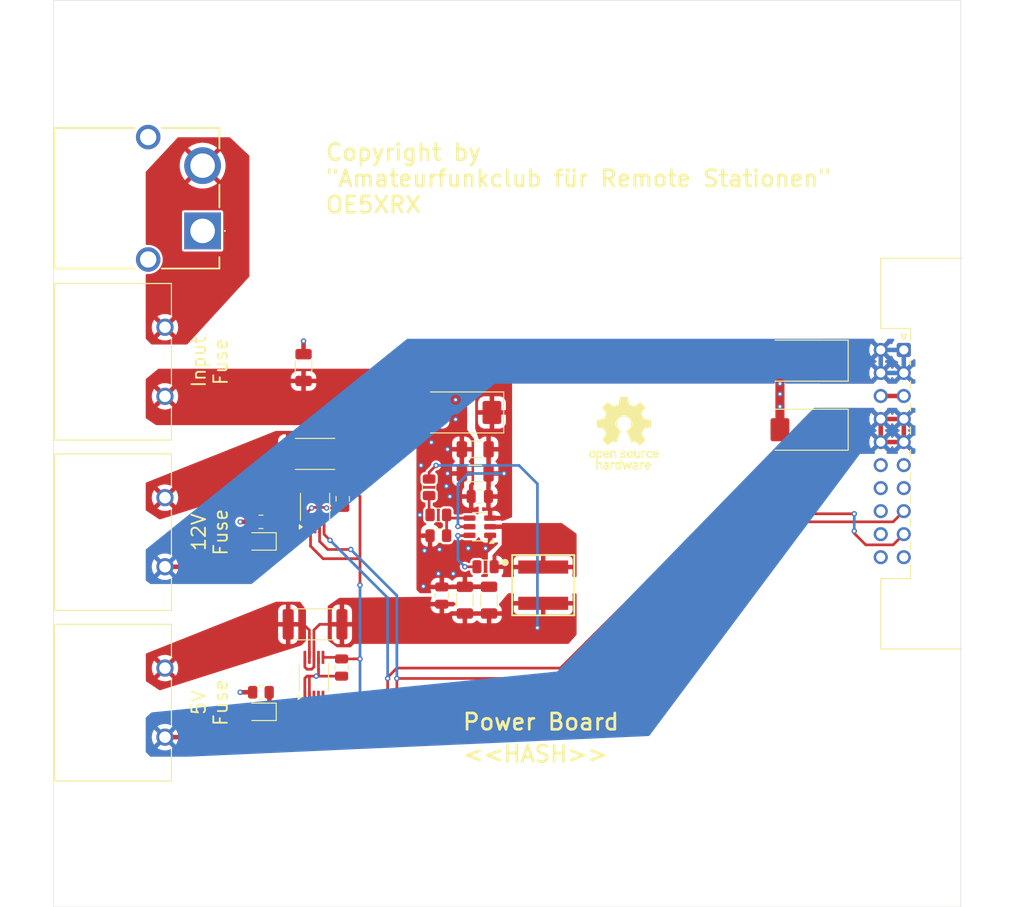
<source format=kicad_pcb>
(kicad_pcb (version 20241229) (generator "pcbnew") (generator_version "9.0")
  (layers (0 "F.Cu" signal) (4 "In1.Cu" signal) (6 "In2.Cu" signal) (2 "B.Cu" signal) (13 "F.Paste" user) (15 "B.Paste" user) (5 "F.SilkS" user "F.Silkscreen") (7 "B.SilkS" user "B.Silkscreen") (1 "F.Mask" user) (3 "B.Mask" user) (25 "Edge.Cuts" user))
  (net 0 "")
  (net 1 "GND")
  (net 2 "/I2C_SCL1")
  (net 3 "/I2C_SDA1")
  (net 4 "Net-(D101-K)")
  (net 5 "Net-(D102-K)")
  (net 6 "unconnected-(J102-Pin_a6-Pada6)")
  (net 12 "/12V")
  (net 13 "/5V")
  (net 14 "/12V_IN")
  (net 15 "/5V_IN")
  (net 18 "/Power Measurement/V_OUT")
  (net 19 "/Power Measurement1/V_OUT")
  (net 20 "/5V/TPS_SW")
  (net 21 "/12V_IN_UNPROTECTED")
  (net 22 "Net-(U203-CB)")
  (net 23 "Net-(U203-FB)")
  (net 24 "Net-(R201-Pad2)")
  (footprint "PRJ:FUSE_01530007Z" (layer "F.Cu") (at 104.2329 118.11 -90)
    (property "Reference" "F103" (hide yes))
    (property "Value" "Fuse" (hide yes))
    (pad "" np_thru_hole circle (at 0 0 270) (size 2.0828 2.0828) (drill 2.0828) (layers "*.Cu" "*.Mask"))
    (pad "1" thru_hole circle (at -3.81 -7.62 270) (size 1.905 1.905) (drill 1.27) (layers "*.Cu" "*.Mask") (net 18 "/Power Measurement/V_OUT"))
    (pad "2" thru_hole circle (at 3.81 -7.62 270) (size 1.905 1.905) (drill 1.27) (layers "*.Cu" "*.Mask") (net 13 "/5V"))
  )
  (footprint "Capacitor_SMD:C_1206_3216Metric" (layer "F.Cu") (at 144.907 106.807 -90)
    (property "Reference" "C207" (hide yes))
    (property "Value" "22u" (hide yes))
    (pad "1" smd roundrect (at -1.475 0 270) (size 1.15 1.8) (layers "F.Cu" "F.Mask" "F.Paste") (roundrect_rratio 0.217391) (net 1 "GND"))
    (pad "2" smd roundrect (at 1.475 0 270) (size 1.15 1.8) (layers "F.Cu" "F.Mask" "F.Paste") (roundrect_rratio 0.217391) (net 15 "/5V_IN"))
  )
  (footprint "Capacitor_Tantalum_SMD:CP_EIA-7343-43_Kemet-X" (layer "F.Cu") (at 144.78 86.106 180)
    (property "Reference" "C104" (hide yes))
    (property "Value" "100u / 25V" (hide yes))
    (pad "1" smd roundrect (at -3.1125 0 180) (size 2.075 2.55) (layers "F.Cu" "F.Mask" "F.Paste") (roundrect_rratio 0.120482) (net 14 "/12V_IN"))
    (pad "2" smd roundrect (at 3.1125 0 180) (size 2.075 2.55) (layers "F.Cu" "F.Mask" "F.Paste") (roundrect_rratio 0.120482) (net 1 "GND"))
  )
  (footprint "LED_SMD:LED_0805_2012Metric" (layer "F.Cu") (at 122.428 100.33 180)
    (property "Reference" "D101" (hide yes))
    (property "Value" "LED" (hide yes))
    (pad "1" smd roundrect (at -0.9375 0 180) (size 0.975 1.4) (layers "F.Cu" "F.Mask" "F.Paste") (net 4 "Net-(D101-K)"))
    (pad "2" smd roundrect (at 0.9375 0 180) (size 0.975 1.4) (layers "F.Cu" "F.Mask" "F.Paste") (net 12 "/12V"))
  )
  (footprint "MountingHole:MountingHole_3.2mm_M3" (layer "F.Cu") (at 104.568 133.14)
    (property "Reference" "H102" (hide yes))
    (property "Value" "MountingHole" (hide yes))
    (pad "" np_thru_hole circle (at 0 0) (size 3.2 3.2) (drill 3.2) (layers "*.Cu" "*.Mask"))
  )
  (footprint "Capacitor_Tantalum_SMD:CP_EIA-7343-43_Kemet-X" (layer "F.Cu") (at 182.753 88.011 180)
    (property "Reference" "C102" (hide yes))
    (property "Value" "100u / 25V" (hide yes))
    (pad "1" smd roundrect (at -3.1125 0 180) (size 2.075 2.55) (layers "F.Cu" "F.Mask" "F.Paste") (roundrect_rratio 0.120482) (net 13 "/5V"))
    (pad "2" smd roundrect (at 3.1125 0 180) (size 2.075 2.55) (layers "F.Cu" "F.Mask" "F.Paste") (roundrect_rratio 0.120482) (net 1 "GND"))
  )
  (footprint "PRJ:FUSE_01530007Z" (layer "F.Cu") (at 104.2329 99.314 -90)
    (property "Reference" "F102" (hide yes))
    (property "Value" "Fuse" (hide yes))
    (pad "" np_thru_hole circle (at 0 0 270) (size 2.0828 2.0828) (drill 2.0828) (layers "*.Cu" "*.Mask"))
    (pad "1" thru_hole circle (at -3.81 -7.62 270) (size 1.905 1.905) (drill 1.27) (layers "*.Cu" "*.Mask") (net 19 "/Power Measurement1/V_OUT"))
    (pad "2" thru_hole circle (at 3.81 -7.62 270) (size 1.905 1.905) (drill 1.27) (layers "*.Cu" "*.Mask") (net 12 "/12V"))
  )
  (footprint "PRJ:XT60PWM" (layer "F.Cu") (at 116.0015 66.084 90)
    (property "Reference" "J101" (hide yes))
    (property "Value" "XT60PW-M" (hide yes))
    (pad "1" thru_hole rect (at 0 0 90) (size 4.05 4.05) (drill 2.7) (layers "*.Cu" "*.Mask") (net 1 "GND"))
    (pad "2" thru_hole circle (at 7.2 0 90) (size 4.05 4.05) (drill 2.7) (layers "*.Cu" "*.Mask") (net 21 "/12V_IN_UNPROTECTED"))
    (pad "3" thru_hole circle (at -3.15 -6 90) (size 2.7 2.7) (drill 1.8) (layers "*.Cu" "*.Mask") (net 1 "GND"))
    (pad "4" thru_hole circle (at 10.35 -6 90) (size 2.7 2.7) (drill 1.8) (layers "*.Cu" "*.Mask") (net 1 "GND"))
  )
  (footprint "Resistor_SMD:R_0805_2012Metric" (layer "F.Cu") (at 141.986 99.695 180)
    (property "Reference" "R203" (hide yes))
    (property "Value" "13k7" (hide yes))
    (pad "1" smd roundrect (at -0.9125 0 180) (size 1.025 1.4) (layers "F.Cu" "F.Mask" "F.Paste") (roundrect_rratio 0.243902) (net 23 "Net-(U203-FB)"))
    (pad "2" smd roundrect (at 0.9125 0 180) (size 1.025 1.4) (layers "F.Cu" "F.Mask" "F.Paste") (roundrect_rratio 0.243902) (net 1 "GND"))
  )
  (footprint "Capacitor_SMD:C_0805_2012Metric" (layer "F.Cu") (at 131.445 95.631 -90)
    (property "Reference" "C401" (hide yes))
    (property "Value" "100n" (hide yes))
    (pad "1" smd roundrect (at -0.95 0 270) (size 1 1.45) (layers "F.Cu" "F.Mask" "F.Paste") (net 13 "/5V"))
    (pad "2" smd roundrect (at 0.95 0 270) (size 1 1.45) (layers "F.Cu" "F.Mask" "F.Paste") (net 1 "GND"))
  )
  (footprint "Package_SO:VSSOP-10_3x3mm_P0.5mm" (layer "F.Cu") (at 128.27 115.316 90)
    (property "Reference" "U301" (hide yes))
    (property "Value" "INA226" (hide yes))
    (pad "1" smd roundrect (at -2.2 -1 90) (size 1.45 0.3) (layers "F.Cu" "F.Mask" "F.Paste") (net 1 "GND"))
    (pad "2" smd roundrect (at -2.2 -0.5 90) (size 1.45 0.3) (layers "F.Cu" "F.Mask" "F.Paste") (net 1 "GND"))
    (pad "3" smd roundrect (at -2.2 0 90) (size 1.45 0.3) (layers "F.Cu" "F.Mask" "F.Paste"))
    (pad "4" smd roundrect (at -2.2 0.5 90) (size 1.45 0.3) (layers "F.Cu" "F.Mask" "F.Paste") (net 3 "/I2C_SDA1"))
    (pad "5" smd roundrect (at -2.2 1 90) (size 1.45 0.3) (layers "F.Cu" "F.Mask" "F.Paste") (net 2 "/I2C_SCL1"))
    (pad "6" smd roundrect (at 2.2 1 90) (size 1.45 0.3) (layers "F.Cu" "F.Mask" "F.Paste") (net 13 "/5V"))
    (pad "7" smd roundrect (at 2.2 0.5 90) (size 1.45 0.3) (layers "F.Cu" "F.Mask" "F.Paste") (net 1 "GND"))
    (pad "8" smd roundrect (at 2.2 0 90) (size 1.45 0.3) (layers "F.Cu" "F.Mask" "F.Paste") (net 15 "/5V_IN"))
    (pad "9" smd roundrect (at 2.2 -0.5 90) (size 1.45 0.3) (layers "F.Cu" "F.Mask" "F.Paste") (net 18 "/Power Measurement/V_OUT"))
    (pad "10" smd roundrect (at 2.2 -1 90) (size 1.45 0.3) (layers "F.Cu" "F.Mask" "F.Paste") (net 15 "/5V_IN"))
  )
  (footprint "Package_SO:VSSOP-10_3x3mm_P0.5mm" (layer "F.Cu") (at 128.397 96.52 90)
    (property "Reference" "U401" (hide yes))
    (property "Value" "INA226" (hide yes))
    (pad "1" smd roundrect (at -2.2 -1 90) (size 1.45 0.3) (layers "F.Cu" "F.Mask" "F.Paste") (net 1 "GND"))
    (pad "2" smd roundrect (at -2.2 -0.5 90) (size 1.45 0.3) (layers "F.Cu" "F.Mask" "F.Paste") (net 13 "/5V"))
    (pad "3" smd roundrect (at -2.2 0 90) (size 1.45 0.3) (layers "F.Cu" "F.Mask" "F.Paste"))
    (pad "4" smd roundrect (at -2.2 0.5 90) (size 1.45 0.3) (layers "F.Cu" "F.Mask" "F.Paste") (net 3 "/I2C_SDA1"))
    (pad "5" smd roundrect (at -2.2 1 90) (size 1.45 0.3) (layers "F.Cu" "F.Mask" "F.Paste") (net 2 "/I2C_SCL1"))
    (pad "6" smd roundrect (at 2.2 1 90) (size 1.45 0.3) (layers "F.Cu" "F.Mask" "F.Paste") (net 13 "/5V"))
    (pad "7" smd roundrect (at 2.2 0.5 90) (size 1.45 0.3) (layers "F.Cu" "F.Mask" "F.Paste") (net 1 "GND"))
    (pad "8" smd roundrect (at 2.2 0 90) (size 1.45 0.3) (layers "F.Cu" "F.Mask" "F.Paste") (net 14 "/12V_IN"))
    (pad "9" smd roundrect (at 2.2 -0.5 90) (size 1.45 0.3) (layers "F.Cu" "F.Mask" "F.Paste") (net 19 "/Power Measurement1/V_OUT"))
    (pad "10" smd roundrect (at 2.2 -1 90) (size 1.45 0.3) (layers "F.Cu" "F.Mask" "F.Paste") (net 14 "/12V_IN"))
  )
  (footprint "MountingHole:MountingHole_3.2mm_M3" (layer "F.Cu") (at 104.568 48.14)
    (property "Reference" "H101" (hide yes))
    (property "Value" "MountingHole" (hide yes))
    (pad "" np_thru_hole circle (at 0 0) (size 3.2 3.2) (drill 3.2) (layers "*.Cu" "*.Mask"))
  )
  (footprint "Resistor_SMD:R_2512_6332Metric" (layer "F.Cu") (at 128.397 90.678 180)
    (property "Reference" "R401" (hide yes))
    (property "Value" "10m" (hide yes))
    (pad "1" smd roundrect (at -2.9625 0 180) (size 1.225 3.35) (layers "F.Cu" "F.Mask" "F.Paste") (roundrect_rratio 0.204082) (net 14 "/12V_IN"))
    (pad "2" smd roundrect (at 2.9625 0 180) (size 1.225 3.35) (layers "F.Cu" "F.Mask" "F.Paste") (roundrect_rratio 0.204082) (net 19 "/Power Measurement1/V_OUT"))
  )
  (footprint "Resistor_SMD:R_0805_2012Metric" (layer "F.Cu") (at 140.97 94.361 -90)
    (property "Reference" "R201" (hide yes))
    (property "Value" "49R9" (hide yes))
    (pad "1" smd roundrect (at -0.9125 0 270) (size 1.025 1.4) (layers "F.Cu" "F.Mask" "F.Paste") (roundrect_rratio 0.243902) (net 15 "/5V_IN"))
    (pad "2" smd roundrect (at 0.9125 0 270) (size 1.025 1.4) (layers "F.Cu" "F.Mask" "F.Paste") (roundrect_rratio 0.243902) (net 24 "Net-(R201-Pad2)"))
  )
  (footprint "Capacitor_SMD:C_0805_2012Metric" (layer "F.Cu") (at 146.558 95.377 180)
    (property "Reference" "C203" (hide yes))
    (property "Value" "100n" (hide yes))
    (pad "1" smd roundrect (at -0.95 0 180) (size 1 1.45) (layers "F.Cu" "F.Mask" "F.Paste") (net 14 "/12V_IN"))
    (pad "2" smd roundrect (at 0.95 0 180) (size 1 1.45) (layers "F.Cu" "F.Mask" "F.Paste") (net 1 "GND"))
  )
  (footprint "Capacitor_SMD:C_0805_2012Metric" (layer "F.Cu") (at 131.318 114.239 -90)
    (property "Reference" "C301" (hide yes))
    (property "Value" "100n" (hide yes))
    (pad "1" smd roundrect (at -0.95 0 270) (size 1 1.45) (layers "F.Cu" "F.Mask" "F.Paste") (net 13 "/5V"))
    (pad "2" smd roundrect (at 0.95 0 270) (size 1 1.45) (layers "F.Cu" "F.Mask" "F.Paste") (net 1 "GND"))
  )
  (footprint "Capacitor_SMD:C_1206_3216Metric" (layer "F.Cu") (at 147.574 106.807 -90)
    (property "Reference" "C206" (hide yes))
    (property "Value" "22u" (hide yes))
    (pad "1" smd roundrect (at -1.475 0 270) (size 1.15 1.8) (layers "F.Cu" "F.Mask" "F.Paste") (roundrect_rratio 0.217391) (net 1 "GND"))
    (pad "2" smd roundrect (at 1.475 0 270) (size 1.15 1.8) (layers "F.Cu" "F.Mask" "F.Paste") (roundrect_rratio 0.217391) (net 15 "/5V_IN"))
  )
  (footprint "Capacitor_SMD:C_1206_3216Metric" (layer "F.Cu") (at 146.05 90.17 180)
    (property "Reference" "C201" (hide yes))
    (property "Value" "10u" (hide yes))
    (pad "1" smd roundrect (at -1.475 0 180) (size 1.15 1.8) (layers "F.Cu" "F.Mask" "F.Paste") (roundrect_rratio 0.217391) (net 14 "/12V_IN"))
    (pad "2" smd roundrect (at 1.475 0 180) (size 1.15 1.8) (layers "F.Cu" "F.Mask" "F.Paste") (roundrect_rratio 0.217391) (net 1 "GND"))
  )
  (footprint "Resistor_SMD:R_0805_2012Metric" (layer "F.Cu") (at 141.986 97.409)
    (property "Reference" "R202" (hide yes))
    (property "Value" "100k" (hide yes))
    (pad "1" smd roundrect (at -0.9125 0) (size 1.025 1.4) (layers "F.Cu" "F.Mask" "F.Paste") (roundrect_rratio 0.243902) (net 24 "Net-(R201-Pad2)"))
    (pad "2" smd roundrect (at 0.9125 0) (size 1.025 1.4) (layers "F.Cu" "F.Mask" "F.Paste") (roundrect_rratio 0.243902) (net 23 "Net-(U203-FB)"))
  )
  (footprint "Capacitor_SMD:C_0805_2012Metric" (layer "F.Cu") (at 147.193 103.124)
    (property "Reference" "C205" (hide yes))
    (property "Value" "100n" (hide yes))
    (pad "1" smd roundrect (at -0.95 0) (size 1 1.45) (layers "F.Cu" "F.Mask" "F.Paste") (net 22 "Net-(U203-CB)"))
    (pad "2" smd roundrect (at 0.95 0) (size 1 1.45) (layers "F.Cu" "F.Mask" "F.Paste") (net 20 "/5V/TPS_SW"))
  )
  (footprint "Package_TO_SOT_SMD:SOT-23-6" (layer "F.Cu") (at 146.558 98.708 180)
    (property "Reference" "U203" (hide yes))
    (property "Value" "LMR51430 500kHz" (hide yes))
    (pad "1" smd roundrect (at -1.1375 -0.95 180) (size 1.325 0.6) (layers "F.Cu" "F.Mask" "F.Paste") (net 1 "GND"))
    (pad "2" smd roundrect (at -1.1375 0 180) (size 1.325 0.6) (layers "F.Cu" "F.Mask" "F.Paste") (net 20 "/5V/TPS_SW"))
    (pad "3" smd roundrect (at -1.1375 0.95 180) (size 1.325 0.6) (layers "F.Cu" "F.Mask" "F.Paste") (net 14 "/12V_IN"))
    (pad "4" smd roundrect (at 1.1375 0.95 180) (size 1.325 0.6) (layers "F.Cu" "F.Mask" "F.Paste") (net 23 "Net-(U203-FB)"))
    (pad "5" smd roundrect (at 1.1375 0 180) (size 1.325 0.6) (layers "F.Cu" "F.Mask" "F.Paste") (net 14 "/12V_IN"))
    (pad "6" smd roundrect (at 1.1375 -0.95 180) (size 1.325 0.6) (layers "F.Cu" "F.Mask" "F.Paste") (net 22 "Net-(U203-CB)"))
  )
  (footprint "Symbol:OSHW-Logo_7.5x8mm_SilkScreen" (layer "F.Cu") (at 162.433 88.392)
    (property "Reference" "#SYM101" (hide yes))
    (property "Value" "OSHW-Logo_7.5x8mm_SilkScreen" (hide yes))
  )
  (footprint "Resistor_SMD:R_0805_2012Metric" (layer "F.Cu") (at 122.428 116.967 180)
    (property "Reference" "R102" (hide yes))
    (property "Value" "1k" (hide yes))
    (pad "1" smd roundrect (at -0.9125 0 180) (size 1.025 1.4) (layers "F.Cu" "F.Mask" "F.Paste") (roundrect_rratio 0.243902) (net 5 "Net-(D102-K)"))
    (pad "2" smd roundrect (at 0.9125 0 180) (size 1.025 1.4) (layers "F.Cu" "F.Mask" "F.Paste") (roundrect_rratio 0.243902) (net 1 "GND"))
  )
  (footprint "Capacitor_Tantalum_SMD:CP_EIA-7343-43_Kemet-X" (layer "F.Cu") (at 182.753 80.391 180)
    (property "Reference" "C103" (hide yes))
    (property "Value" "100u / 25V" (hide yes))
    (pad "1" smd roundrect (at -3.1125 0 180) (size 2.075 2.55) (layers "F.Cu" "F.Mask" "F.Paste") (roundrect_rratio 0.120482) (net 12 "/12V"))
    (pad "2" smd roundrect (at 3.1125 0 180) (size 2.075 2.55) (layers "F.Cu" "F.Mask" "F.Paste") (roundrect_rratio 0.120482) (net 1 "GND"))
  )
  (footprint "PRJ:WE-XHMI_6060" (layer "F.Cu") (at 153.543 105.156)
    (property "Reference" "L201" (hide yes))
    (property "Value" "6.8u" (hide yes))
    (pad "1" smd rect (at 0 -2) (size 5.5 1.45) (layers "F.Cu" "F.Mask" "F.Paste") (net 20 "/5V/TPS_SW"))
    (pad "2" smd rect (at 0 2) (size 5.5 1.45) (layers "F.Cu" "F.Mask" "F.Paste") (net 15 "/5V_IN"))
    (zone (net 0) (net_name "") (layer "F.Cu") (connect_pads (clearance 0)) (min_thickness 0.1)
      (keepout (tracks not_allowed) (vias not_allowed) (pads not_allowed) (copperpour not_allowed) (footprints allowed))
      (fill (thermal_gap 0.508) (thermal_bridge_width 0.508))
      (polygon (pts (xy 150.318 103.931) (xy 156.768 103.931) (xy 156.768 106.381) (xy 150.318 106.381)))
    )
  )
  (footprint "Resistor_SMD:R_2512_6332Metric" (layer "F.Cu") (at 128.397 109.474 180)
    (property "Reference" "R301" (hide yes))
    (property "Value" "10m" (hide yes))
    (pad "1" smd roundrect (at -2.9625 0 180) (size 1.225 3.35) (layers "F.Cu" "F.Mask" "F.Paste") (roundrect_rratio 0.204082) (net 15 "/5V_IN"))
    (pad "2" smd roundrect (at 2.9625 0 180) (size 1.225 3.35) (layers "F.Cu" "F.Mask" "F.Paste") (roundrect_rratio 0.204082) (net 18 "/Power Measurement/V_OUT"))
  )
  (footprint "Capacitor_SMD:C_0805_2012Metric" (layer "F.Cu") (at 142.367 106.299 -90)
    (property "Reference" "C208" (hide yes))
    (property "Value" "100n" (hide yes))
    (pad "1" smd roundrect (at -0.95 0 270) (size 1 1.45) (layers "F.Cu" "F.Mask" "F.Paste") (net 1 "GND"))
    (pad "2" smd roundrect (at 0.95 0 270) (size 1 1.45) (layers "F.Cu" "F.Mask" "F.Paste") (net 15 "/5V_IN"))
  )
  (footprint "Resistor_SMD:R_0805_2012Metric" (layer "F.Cu") (at 122.428 98.171 180)
    (property "Reference" "R101" (hide yes))
    (property "Value" "2k2" (hide yes))
    (pad "1" smd roundrect (at -0.9125 0 180) (size 1.025 1.4) (layers "F.Cu" "F.Mask" "F.Paste") (roundrect_rratio 0.243902) (net 4 "Net-(D101-K)"))
    (pad "2" smd roundrect (at 0.9125 0 180) (size 1.025 1.4) (layers "F.Cu" "F.Mask" "F.Paste") (roundrect_rratio 0.243902) (net 1 "GND"))
  )
  (footprint "Capacitor_SMD:C_1206_3216Metric" (layer "F.Cu") (at 146.05 92.837 180)
    (property "Reference" "C202" (hide yes))
    (property "Value" "10u" (hide yes))
    (pad "1" smd roundrect (at -1.475 0 180) (size 1.15 1.8) (layers "F.Cu" "F.Mask" "F.Paste") (roundrect_rratio 0.217391) (net 14 "/12V_IN"))
    (pad "2" smd roundrect (at 1.475 0 180) (size 1.15 1.8) (layers "F.Cu" "F.Mask" "F.Paste") (roundrect_rratio 0.217391) (net 1 "GND"))
  )
  (footprint "PRJ:FUSE_01530007Z" (layer "F.Cu") (at 104.2329 80.518 -90)
    (property "Reference" "F101" (hide yes))
    (property "Value" "Fuse" (hide yes))
    (pad "" np_thru_hole circle (at 0 0 270) (size 2.0828 2.0828) (drill 2.0828) (layers "*.Cu" "*.Mask"))
    (pad "1" thru_hole circle (at -3.81 -7.62 270) (size 1.905 1.905) (drill 1.27) (layers "*.Cu" "*.Mask") (net 21 "/12V_IN_UNPROTECTED"))
    (pad "2" thru_hole circle (at 3.81 -7.62 270) (size 1.905 1.905) (drill 1.27) (layers "*.Cu" "*.Mask") (net 14 "/12V_IN"))
  )
  (footprint "PRJ:PCN10C-20S-2.54DS" (layer "F.Cu") (at 193.294 79.21 -90)
    (property "Reference" "J102" (hide yes))
    (property "Value" "Conn_02x10_Row_Letter_First" (hide yes))
    (pad "" np_thru_hole circle (at -7.62 -2.54 270) (size 2.85 2.85) (drill 2.85) (layers "F&B.Cu" "*.Mask"))
    (pad "" np_thru_hole circle (at 30.48 -2.54 270) (size 2.85 2.85) (drill 2.85) (layers "F&B.Cu" "*.Mask"))
    (pad "a1" thru_hole roundrect (at 0 0 270) (size 1.55 1.55) (drill 1) (layers "*.Cu" "*.Mask") (roundrect_rratio 0.16129) (net 12 "/12V"))
    (pad "a2" thru_hole circle (at 2.54 0 270) (size 1.55 1.55) (drill 1) (layers "*.Cu" "*.Mask") (net 12 "/12V"))
    (pad "a3" thru_hole circle (at 5.08 0 270) (size 1.55 1.55) (drill 1) (layers "*.Cu" "*.Mask") (net 1 "GND"))
    (pad "a4" thru_hole circle (at 7.62 0 270) (size 1.55 1.55) (drill 1) (layers "*.Cu" "*.Mask") (net 13 "/5V"))
    (pad "a5" thru_hole circle (at 10.16 0 270) (size 1.55 1.55) (drill 1) (layers "*.Cu" "*.Mask") (net 13 "/5V"))
    (pad "a6" thru_hole circle (at 12.7 0 270) (size 1.55 1.55) (drill 1) (layers "*.Cu" "*.Mask") (net 6 "unconnected-(J102-Pin_a6-Pada6)"))
    (pad "a7" thru_hole circle (at 15.24 0 270) (size 1.55 1.55) (drill 1) (layers "*.Cu" "*.Mask"))
    (pad "a8" thru_hole circle (at 17.78 0 270) (size 1.55 1.55) (drill 1) (layers "*.Cu" "*.Mask") (net 3 "/I2C_SDA1"))
    (pad "a9" thru_hole circle (at 20.32 0 270) (size 1.55 1.55) (drill 1) (layers "*.Cu" "*.Mask") (net 2 "/I2C_SCL1"))
    (pad "a10" thru_hole circle (at 22.86 0 270) (size 1.55 1.55) (drill 1) (layers "*.Cu" "*.Mask") (net 1 "GND"))
    (pad "b1" thru_hole circle (at 0 2.54 270) (size 1.55 1.55) (drill 1) (layers "*.Cu" "*.Mask") (net 12 "/12V"))
    (pad "b2" thru_hole circle (at 2.54 2.54 270) (size 1.55 1.55) (drill 1) (layers "*.Cu" "*.Mask") (net 12 "/12V"))
    (pad "b3" thru_hole circle (at 5.08 2.54 270) (size 1.55 1.55) (drill 1) (layers "*.Cu" "*.Mask") (net 1 "GND"))
    (pad "b4" thru_hole circle (at 7.62 2.54 270) (size 1.55 1.55) (drill 1) (layers "*.Cu" "*.Mask") (net 13 "/5V"))
    (pad "b5" thru_hole circle (at 10.16 2.54 270) (size 1.55 1.55) (drill 1) (layers "*.Cu" "*.Mask") (net 13 "/5V"))
    (pad "b6" thru_hole circle (at 12.7 2.54 270) (size 1.55 1.55) (drill 1) (layers "*.Cu" "*.Mask"))
    (pad "b7" thru_hole circle (at 15.24 2.54 270) (size 1.55 1.55) (drill 1) (layers "*.Cu" "*.Mask"))
    (pad "b8" thru_hole circle (at 17.78 2.54 270) (size 1.55 1.55) (drill 1) (layers "*.Cu" "*.Mask"))
    (pad "b9" thru_hole circle (at 20.32 2.54 270) (size 1.55 1.55) (drill 1) (layers "*.Cu" "*.Mask"))
    (pad "b10" thru_hole circle (at 22.86 2.54 270) (size 1.55 1.55) (drill 1) (layers "*.Cu" "*.Mask") (net 1 "GND"))
  )
  (footprint "Capacitor_SMD:C_1206_3216Metric" (layer "F.Cu") (at 127.127 81.153 90)
    (property "Reference" "C101" (hide yes))
    (property "Value" "10u" (hide yes))
    (pad "1" smd roundrect (at -1.475 0 90) (size 1.15 1.8) (layers "F.Cu" "F.Mask" "F.Paste") (roundrect_rratio 0.217391) (net 14 "/12V_IN"))
    (pad "2" smd roundrect (at 1.475 0 90) (size 1.15 1.8) (layers "F.Cu" "F.Mask" "F.Paste") (roundrect_rratio 0.217391) (net 1 "GND"))
  )
  (footprint "LED_SMD:LED_0805_2012Metric" (layer "F.Cu") (at 122.428 119.126 180)
    (property "Reference" "D102" (hide yes))
    (property "Value" "LED" (hide yes))
    (pad "1" smd roundrect (at -0.9375 0 180) (size 0.975 1.4) (layers "F.Cu" "F.Mask" "F.Paste") (net 5 "Net-(D102-K)"))
    (pad "2" smd roundrect (at 0.9375 0 180) (size 0.975 1.4) (layers "F.Cu" "F.Mask" "F.Paste") (net 13 "/5V"))
  )
  (gr_rect (start 99.568 40.64) (end 199.568 140.64) (stroke (width 0.05)) (fill no) (layer "Edge.Cuts"))
  (gr_text "Copyright by\n{dblquote}Amateurfunkclub für Remote Stationen{dblquote}\nOE5XRX" (at 129.413 64.262 0) (layer "F.SilkS") (effects (font (size 1.8 1.8) (thickness 0.3) (bold yes)) (justify left bottom)))
  (gr_text "12V\nFuse" (at 118.872 99.314 90) (layer "F.SilkS") (effects (font (size 1.5 1.5) (thickness 0.2)) (justify bottom)))
  (gr_text "5V\nFuse" (at 118.872 118.11 90) (layer "F.SilkS") (effects (font (size 1.5 1.5) (thickness 0.2)) (justify bottom)))
  (gr_text "<<HASH>>" (at 144.526 124.841 0) (layer "F.SilkS") (effects (font (size 1.8 1.8) (thickness 0.3) (bold yes)) (justify left bottom)))
  (gr_text "Input\nFuse" (at 118.872 80.518 90) (layer "F.SilkS") (effects (font (size 1.5 1.5) (thickness 0.2)) (justify bottom)))
  (gr_text "Power Board" (at 144.526 121.285 0) (layer "F.SilkS") (effects (font (size 1.8 1.8) (thickness 0.3) (bold yes)) (justify left bottom)))
  (segment (start 128.524 115.189) (end 128.778 115.189) (width 0.3) (layer "F.Cu") (net 1))
  (segment (start 179.6405 85.471) (end 179.6405 88.011) (width 1) (layer "F.Cu") (net 1))
  (segment (start 179.6405 84.074) (end 179.6405 84.582) (width 1) (layer "F.Cu") (net 1))
  (segment (start 127.397 97.266) (end 128.016 96.647) (width 0.3) (layer "F.Cu") (net 1))
  (segment (start 147.6955 99.658) (end 147.6955 100.7055) (width 0.5) (layer "F.Cu") (net 1))
  (segment (start 128.016 96.647) (end 128.0795 96.5835) (width 0.3) (layer "F.Cu") (net 1))
  (segment (start 128.0795 96.5835) (end 128.905 96.5835) (width 0.3) (layer "F.Cu") (net 1))
  (segment (start 127.397 98.72) (end 127.397 97.266) (width 0.3) (layer "F.Cu") (net 1))
  (segment (start 128.905 95.885) (end 128.905 96.5835) (width 0.3) (layer "F.Cu") (net 1))
  (segment (start 128.778 114.427) (end 128.778 115.189) (width 0.3) (layer "F.Cu") (net 1))
  (segment (start 128.905 96.5835) (end 129.6035 96.5835) (width 0.3) (layer "F.Cu") (net 1))
  (segment (start 128.77 114.419) (end 128.778 114.427) (width 0.3) (layer "F.Cu") (net 1))
  (segment (start 179.6405 82.931) (end 179.6405 84.074) (width 1) (layer "F.Cu") (net 1))
  (segment (start 129.54 115.189) (end 131.318 115.189) (width 0.3) (layer "F.Cu") (net 1))
  (segment (start 129.6035 96.5835) (end 129.667 96.647) (width 0.3) (layer "F.Cu") (net 1))
  (segment (start 127.508 115.189) (end 127.762 115.189) (width 0.3) (layer "F.Cu") (net 1))
  (segment (start 128.897 94.32) (end 128.897 95.877) (width 0.3) (layer "F.Cu") (net 1))
  (segment (start 127.77 117.516) (end 127.77 115.197) (width 0.3) (layer "F.Cu") (net 1))
  (segment (start 127.762 115.189) (end 128.524 115.189) (width 0.3) (layer "F.Cu") (net 1))
  (segment (start 128.897 95.877) (end 128.905 95.885) (width 0.3) (layer "F.Cu") (net 1))
  (segment (start 127.27 117.516) (end 127.27 115.427) (width 0.3) (layer "F.Cu") (net 1))
  (segment (start 129.667 96.647) (end 131.379 96.647) (width 0.3) (layer "F.Cu") (net 1))
  (segment (start 179.6405 84.582) (end 179.6405 85.471) (width 1) (layer "F.Cu") (net 1))
  (segment (start 127.27 115.427) (end 127.508 115.189) (width 0.3) (layer "F.Cu") (net 1))
  (segment (start 121.5155 116.967) (end 120.142 116.967) (width 0.5) (layer "F.Cu") (net 1))
  (segment (start 127.127 79.678) (end 127.127 78.232) (width 0.5) (layer "F.Cu") (net 1))
  (segment (start 131.379 96.647) (end 131.445 96.581) (width 0.3) (layer "F.Cu") (net 1))
  (segment (start 193.294 84.29) (end 190.754 84.29) (width 0.5) (layer "F.Cu") (net 1))
  (segment (start 121.5155 98.171) (end 120.142 98.171) (width 0.5) (layer "F.Cu") (net 1))
  (segment (start 127.77 115.197) (end 127.762 115.189) (width 0.3) (layer "F.Cu") (net 1))
  (segment (start 147.574 105.332) (end 144.907 105.332) (width 0.5) (layer "F.Cu") (net 1))
  (segment (start 179.6405 80.391) (end 179.6405 82.931) (width 1) (layer "F.Cu") (net 1))
  (segment (start 128.77 113.116) (end 128.77 114.419) (width 0.3) (layer "F.Cu") (net 1))
  (segment (start 128.778 115.189) (end 129.54 115.189) (width 0.3) (layer "F.Cu") (net 1))
  (via (at 143.891 84.709) (size 0.6) (drill 0.3) (layers "F.Cu" "B.Cu") (net 1))
  (via (at 140.081 91.948) (size 0.6) (drill 0.3) (layers "F.Cu" "B.Cu") (net 1))
  (via (at 143.002 90.17) (size 0.6) (drill 0.3) (layers "F.Cu" "B.Cu") (net 1))
  (via (at 141.986 103.886) (size 0.6) (drill 0.3) (layers "F.Cu" "B.Cu") (net 1))
  (via (at 139.954 97.409) (size 0.6) (drill 0.3) (layers "F.Cu" "B.Cu") (net 1))
  (via (at 128.524 115.189) (size 0.6) (drill 0.3) (layers "F.Cu" "B.Cu") (net 1))
  (via (at 143.002 92.837) (size 0.6) (drill 0.3) (layers "F.Cu" "B.Cu") (net 1))
  (via (at 145.288 101.092) (size 0.6) (drill 0.3) (layers "F.Cu" "B.Cu") (net 1))
  (via (at 142.875 94.234) (size 0.6) (drill 0.3) (layers "F.Cu" "B.Cu") (net 1))
  (via (at 147.193 101.092) (size 0.6) (drill 0.3) (layers "F.Cu" "B.Cu") (net 1))
  (via (at 127.127 78.232) (size 0.6) (drill 0.3) (layers "F.Cu" "B.Cu") (net 1))
  (via (at 179.6405 84.074) (size 0.6) (drill 0.3) (layers "F.Cu" "B.Cu") (net 1))
  (via (at 140.462 101.346) (size 0.6) (drill 0.3) (layers "F.Cu" "B.Cu") (net 1))
  (via (at 140.335 105.283) (size 0.6) (drill 0.3) (layers "F.Cu" "B.Cu") (net 1))
  (via (at 179.6405 82.931) (size 0.6) (drill 0.3) (layers "F.Cu" "B.Cu") (net 1))
  (via (at 129.667 96.647) (size 0.6) (drill 0.3) (layers "F.Cu" "B.Cu") (net 1))
  (via (at 143.891 86.868) (size 0.6) (drill 0.3) (layers "F.Cu" "B.Cu") (net 1))
  (via (at 120.142 98.171) (size 0.6) (drill 0.3) (layers "F.Cu" "B.Cu") (net 1))
  (via (at 143.637 103.886) (size 0.6) (drill 0.3) (layers "F.Cu" "B.Cu") (net 1))
  (via (at 141.224 89.408) (size 0.6) (drill 0.3) (layers "F.Cu" "B.Cu") (net 1))
  (via (at 143.256 95.377) (size 0.6) (drill 0.3) (layers "F.Cu" "B.Cu") (net 1))
  (via (at 179.6405 85.471) (size 0.6) (drill 0.3) (layers "F.Cu" "B.Cu") (net 1))
  (via (at 120.142 116.967) (size 0.6) (drill 0.3) (layers "F.Cu" "B.Cu") (net 1))
  (via (at 142.113 101.219) (size 0.6) (drill 0.3) (layers "F.Cu" "B.Cu") (net 1))
  (via (at 128.016 96.647) (size 0.6) (drill 0.3) (layers "F.Cu" "B.Cu") (net 1))
  (segment (start 136.398 115.443) (end 136.398 116.586) (width 0.3) (layer "F.Cu") (net 2))
  (segment (start 129.397 99.552) (end 129.397 98.72) (width 0.3) (layer "F.Cu") (net 2))
  (segment (start 188.087 99.695) (end 187.833 99.441) (width 0.3) (layer "F.Cu") (net 2))
  (segment (start 129.794 119.38) (end 129.27 118.856) (width 0.3) (layer "F.Cu") (net 2))
  (segment (start 133.604 119.38) (end 129.794 119.38) (width 0.3) (layer "F.Cu") (net 2))
  (segment (start 187.833 99.441) (end 187.833 99.187) (width 0.3) (layer "F.Cu") (net 2))
  (segment (start 192.113 100.711) (end 189.865 100.711) (width 0.3) (layer "F.Cu") (net 2))
  (segment (start 189.103 100.711) (end 188.087 99.695) (width 0.3) (layer "F.Cu") (net 2))
  (segment (start 172.466 97.282) (end 155.448 114.3) (width 0.3) (layer "F.Cu") (net 2))
  (segment (start 136.398 115.316) (end 136.398 115.443) (width 0.3) (layer "F.Cu") (net 2))
  (segment (start 137.414 114.3) (end 136.398 115.316) (width 0.3) (layer "F.Cu") (net 2))
  (segment (start 136.398 116.586) (end 133.604 119.38) (width 0.3) (layer "F.Cu") (net 2))
  (segment (start 193.294 99.53) (end 192.113 100.711) (width 0.3) (layer "F.Cu") (net 2))
  (segment (start 130.048 100.203) (end 129.397 99.552) (width 0.3) (layer "F.Cu") (net 2))
  (segment (start 187.833 97.282) (end 172.466 97.282) (width 0.3) (layer "F.Cu") (net 2))
  (segment (start 189.865 100.711) (end 189.103 100.711) (width 0.3) (layer "F.Cu") (net 2))
  (segment (start 155.448 114.3) (end 137.414 114.3) (width 0.3) (layer "F.Cu") (net 2))
  (segment (start 129.27 118.856) (end 129.27 117.516) (width 0.3) (layer "F.Cu") (net 2))
  (via (at 187.833 97.282) (size 0.6) (drill 0.3) (layers "F.Cu" "B.Cu") (net 2))
  (via (at 136.398 115.443) (size 0.6) (drill 0.3) (layers "F.Cu" "B.Cu") (net 2))
  (via (at 187.833 99.187) (size 0.6) (drill 0.3) (layers "F.Cu" "B.Cu") (net 2))
  (via (at 130.048 100.203) (size 0.6) (drill 0.3) (layers "F.Cu" "B.Cu") (net 2))
  (segment (start 136.398 106.553) (end 130.048 100.203) (width 0.3) (layer "B.Cu") (net 2))
  (segment (start 136.398 115.443) (end 136.398 106.553) (width 0.3) (layer "B.Cu") (net 2))
  (segment (start 187.833 99.187) (end 187.833 97.282) (width 0.3) (layer "B.Cu") (net 2))
  (segment (start 133.858 120.269) (end 129.794 120.269) (width 0.3) (layer "F.Cu") (net 3))
  (segment (start 128.77 119.245) (end 128.77 117.516) (width 0.3) (layer "F.Cu") (net 3))
  (segment (start 129.794 120.269) (end 128.77 119.245) (width 0.3) (layer "F.Cu") (net 3))
  (segment (start 137.414 115.443) (end 137.414 116.713) (width 0.3) (layer "F.Cu") (net 3))
  (segment (start 155.829 115.443) (end 137.414 115.443) (width 0.3) (layer "F.Cu") (net 3))
  (segment (start 192.113 98.171) (end 173.101 98.171) (width 0.3) (layer "F.Cu") (net 3))
  (segment (start 193.294 96.99) (end 192.113 98.171) (width 0.3) (layer "F.Cu") (net 3))
  (segment (start 173.101 98.171) (end 155.829 115.443) (width 0.3) (layer "F.Cu") (net 3))
  (segment (start 129.794 101.219) (end 128.897 100.322) (width 0.3) (layer "F.Cu") (net 3))
  (segment (start 129.794 101.219) (end 132.334 101.219) (width 0.3) (layer "F.Cu") (net 3))
  (segment (start 137.414 116.713) (end 133.858 120.269) (width 0.3) (layer "F.Cu") (net 3))
  (segment (start 128.897 100.322) (end 128.897 98.72) (width 0.3) (layer "F.Cu") (net 3))
  (via (at 137.414 115.443) (size 0.6) (drill 0.3) (layers "F.Cu" "B.Cu") (net 3))
  (via (at 132.334 101.219) (size 0.6) (drill 0.3) (layers "F.Cu" "B.Cu") (net 3))
  (segment (start 137.414 106.299) (end 132.334 101.219) (width 0.3) (layer "B.Cu") (net 3))
  (segment (start 137.414 115.443) (end 137.414 106.299) (width 0.3) (layer "B.Cu") (net 3))
  (segment (start 123.3655 98.196) (end 123.3405 98.171) (width 0.5) (layer "F.Cu") (net 4))
  (segment (start 123.3655 100.33) (end 123.3655 98.196) (width 0.5) (layer "F.Cu") (net 4))
  (segment (start 123.3655 116.992) (end 123.3405 116.967) (width 0.5) (layer "F.Cu") (net 5))
  (segment (start 123.3655 119.126) (end 123.3655 116.992) (width 0.5) (layer "F.Cu") (net 5))
  (segment (start 193.294 91.91) (end 192.844 91.46) (width 0.2) (layer "F.Cu") (net 6))
  (segment (start 111.8529 103.124) (end 118.6965 103.124) (width 0.5) (layer "F.Cu") (net 12))
  (segment (start 118.6965 103.124) (end 121.4905 100.33) (width 0.5) (layer "F.Cu") (net 12))
  (segment (start 190.754 79.21) (end 193.294 79.21) (width 0.5) (layer "B.Cu") (net 12))
  (segment (start 190.754 81.75) (end 190.754 79.21) (width 0.5) (layer "B.Cu") (net 12))
  (segment (start 193.294 79.21) (end 193.294 81.75) (width 0.5) (layer "B.Cu") (net 12))
  (segment (start 193.294 81.75) (end 190.754 81.75) (width 0.5) (layer "B.Cu") (net 12))
  (segment (start 127.897 98.72) (end 127.897 100.846) (width 0.3) (layer "F.Cu") (net 13))
  (segment (start 129.397 94.32) (end 131.084 94.32) (width 0.3) (layer "F.Cu") (net 13))
  (segment (start 118.6965 121.92) (end 121.4905 119.126) (width 0.5) (layer "F.Cu") (net 13))
  (segment (start 131.445 94.681) (end 132.654 94.681) (width 0.3) (layer "F.Cu") (net 13))
  (segment (start 132.593 113.289) (end 132.598 113.284) (width 0.3) (layer "F.Cu") (net 13))
  (segment (start 190.754 86.83) (end 193.294 86.83) (width 0.5) (layer "F.Cu") (net 13))
  (segment (start 132.598 113.284) (end 133.35 113.284) (width 0.3) (layer "F.Cu") (net 13))
  (segment (start 132.654 94.681) (end 133.35 95.377) (width 0.3) (layer "F.Cu") (net 13))
  (segment (start 131.084 94.32) (end 131.445 94.681) (width 0.3) (layer "F.Cu") (net 13))
  (segment (start 129.286 102.235) (end 133.35 102.235) (width 0.3) (layer "F.Cu") (net 13))
  (segment (start 190.754 89.37) (end 190.754 86.83) (width 0.5) (layer "F.Cu") (net 13))
  (segment (start 133.35 95.377) (end 133.35 102.235) (width 0.3) (layer "F.Cu") (net 13))
  (segment (start 193.294 89.37) (end 190.754 89.37) (width 0.5) (layer "F.Cu") (net 13))
  (segment (start 127.897 100.846) (end 129.286 102.235) (width 0.3) (layer "F.Cu") (net 13))
  (segment (start 131.145 113.116) (end 131.318 113.289) (width 0.3) (layer "F.Cu") (net 13))
  (segment (start 129.27 113.116) (end 131.145 113.116) (width 0.3) (layer "F.Cu") (net 13))
  (segment (start 131.318 113.289) (end 132.593 113.289) (width 0.3) (layer "F.Cu") (net 13))
  (segment (start 111.8529 121.92) (end 118.6965 121.92) (width 0.5) (layer "F.Cu") (net 13))
  (segment (start 193.294 86.83) (end 193.294 89.37) (width 0.5) (layer "F.Cu") (net 13))
  (segment (start 133.35 102.235) (end 133.35 105.156) (width 0.3) (layer "F.Cu") (net 13))
  (via (at 133.35 105.156) (size 0.6) (drill 0.3) (layers "F.Cu" "B.Cu") (net 13))
  (via (at 133.35 113.284) (size 0.6) (drill 0.3) (layers "F.Cu" "B.Cu") (net 13))
  (segment (start 133.35 113.284) (end 133.35 117.348) (width 0.3) (layer "B.Cu") (net 13))
  (segment (start 133.35 105.156) (end 133.35 113.284) (width 0.3) (layer "B.Cu") (net 13))
  (segment (start 129.032 90.678) (end 131.3595 90.678) (width 0.3) (layer "F.Cu") (net 14))
  (segment (start 127.397 95.393) (end 127.635 95.631) (width 0.3) (layer "F.Cu") (net 14))
  (segment (start 127.635 95.631) (end 128.143 95.631) (width 0.3) (layer "F.Cu") (net 14))
  (segment (start 128.397 95.377) (end 128.397 94.32) (width 0.3) (layer "F.Cu") (net 14))
  (segment (start 128.397 94.32) (end 128.397 91.313) (width 0.3) (layer "F.Cu") (net 14))
  (segment (start 145.4205 98.708) (end 144.174 98.708) (width 0.3) (layer "F.Cu") (net 14))
  (segment (start 127.397 94.32) (end 127.397 95.393) (width 0.3) (layer "F.Cu") (net 14))
  (segment (start 128.397 91.313) (end 129.032 90.678) (width 0.3) (layer "F.Cu") (net 14))
  (segment (start 128.143 95.631) (end 128.397 95.377) (width 0.3) (layer "F.Cu") (net 14))
  (segment (start 144.174 98.708) (end 144.145 98.679) (width 0.3) (layer "F.Cu") (net 14))
  (via (at 144.145 98.679) (size 0.6) (drill 0.3) (layers "F.Cu" "B.Cu") (net 14))
  (via (at 149.225 92.837) (size 0.6) (drill 0.3) (layers "F.Cu" "B.Cu") (net 14))
  (segment (start 144.145 93.98) (end 144.78 93.345) (width 0.3) (layer "B.Cu") (net 14))
  (segment (start 145.288 92.837) (end 149.225 92.837) (width 0.3) (layer "B.Cu") (net 14))
  (segment (start 144.145 98.679) (end 144.145 93.98) (width 0.3) (layer "B.Cu") (net 14))
  (segment (start 144.78 93.345) (end 145.288 92.837) (width 0.3) (layer "B.Cu") (net 14))
  (segment (start 128.27 113.116) (end 128.27 110.109) (width 0.3) (layer "F.Cu") (net 15))
  (segment (start 140.97 92.71) (end 141.732 91.948) (width 0.3) (layer "F.Cu") (net 15))
  (segment (start 127.27 114.189) (end 127.508 114.427) (width 0.3) (layer "F.Cu") (net 15))
  (segment (start 127.27 113.116) (end 127.27 114.189) (width 0.3) (layer "F.Cu") (net 15))
  (segment (start 128.905 109.474) (end 131.3595 109.474) (width 0.3) (layer "F.Cu") (net 15))
  (segment (start 128.27 114.173) (end 128.27 113.116) (width 0.3) (layer "F.Cu") (net 15))
  (segment (start 140.97 93.4485) (end 140.97 92.71) (width 0.3) (layer "F.Cu") (net 15))
  (segment (start 128.27 110.109) (end 128.905 109.474) (width 0.3) (layer "F.Cu") (net 15))
  (segment (start 128.016 114.427) (end 128.27 114.173) (width 0.3) (layer "F.Cu") (net 15))
  (segment (start 127.508 114.427) (end 128.016 114.427) (width 0.3) (layer "F.Cu") (net 15))
  (via (at 141.732 91.948) (size 0.6) (drill 0.3) (layers "F.Cu" "B.Cu") (net 15))
  (via (at 152.908 109.855) (size 0.6) (drill 0.3) (layers "F.Cu" "B.Cu") (net 15))
  (segment (start 150.876 91.948) (end 141.732 91.948) (width 0.3) (layer "B.Cu") (net 15))
  (segment (start 152.908 93.98) (end 150.876 91.948) (width 0.3) (layer "B.Cu") (net 15))
  (segment (start 152.908 109.855) (end 152.908 93.98) (width 0.3) (layer "B.Cu") (net 15))
  (segment (start 127.127 109.474) (end 125.4345 109.474) (width 0.3) (layer "F.Cu") (net 18))
  (segment (start 127.77 110.117) (end 127.127 109.474) (width 0.3) (layer "F.Cu") (net 18))
  (segment (start 127.77 113.116) (end 127.77 110.117) (width 0.3) (layer "F.Cu") (net 18))
  (segment (start 127.897 94.32) (end 127.897 91.321) (width 0.3) (layer "F.Cu") (net 19))
  (segment (start 127.254 90.678) (end 125.4345 90.678) (width 0.3) (layer "F.Cu") (net 19))
  (segment (start 127.897 91.321) (end 127.254 90.678) (width 0.3) (layer "F.Cu") (net 19))
  (segment (start 149.127 98.708) (end 149.225 98.806) (width 0.5) (layer "F.Cu") (net 20))
  (segment (start 147.6955 98.708) (end 149.127 98.708) (width 0.5) (layer "F.Cu") (net 20))
  (segment (start 146.243 103.124) (end 144.907 103.124) (width 0.3) (layer "F.Cu") (net 22))
  (segment (start 144.145 99.695) (end 145.3835 99.695) (width 0.3) (layer "F.Cu") (net 22))
  (segment (start 145.3835 99.695) (end 145.4205 99.658) (width 0.3) (layer "F.Cu") (net 22))
  (via (at 144.145 99.695) (size 0.6) (drill 0.3) (layers "F.Cu" "B.Cu") (net 22))
  (via (at 144.907 103.124) (size 0.6) (drill 0.3) (layers "F.Cu" "B.Cu") (net 22))
  (segment (start 144.907 103.124) (end 144.145 102.362) (width 0.3) (layer "B.Cu") (net 22))
  (segment (start 144.145 102.362) (end 144.145 99.695) (width 0.3) (layer "B.Cu") (net 22))
  (segment (start 145.4205 97.758) (end 143.2475 97.758) (width 0.3) (layer "F.Cu") (net 23))
  (segment (start 142.8985 99.695) (end 142.8985 97.409) (width 0.3) (layer "F.Cu") (net 23))
  (segment (start 143.2475 97.758) (end 142.8985 97.409) (width 0.3) (layer "F.Cu") (net 23))
  (segment (start 140.97 97.3055) (end 141.0735 97.409) (width 0.3) (layer "F.Cu") (net 24))
  (segment (start 140.97 95.2735) (end 140.97 97.3055) (width 0.3) (layer "F.Cu") (net 24))
  (zone (net 14) (net_name "/12V_IN") (layer "F.Cu") (priority 1) (connect_pads (clearance 0.25)) (min_thickness 0.25) (fill yes (thermal_gap 0.5) (thermal_bridge_width 0.5))
    (polygon (pts (xy 111.125 81.28) (xy 148.463 81.28) (xy 150.114 82.931) (xy 150.114 97.663) (xy 148.844 98.171) (xy 146.812 98.171) (xy 146.812 94.488) (xy 146.431 93.98) (xy 146.431 89.027) (xy 146.05 87.884) (xy 146.05 83.947) (xy 145.415 83.312) (xy 139.192 83.312) (xy 133.223 87.249) (xy 133.223 92.456) (xy 132.461 93.218) (xy 130.429 93.218) (xy 129.413 92.456) (xy 129.413 88.646) (xy 128.397 87.503) (xy 110.871 87.503) (xy 109.728 86.741) (xy 109.728 82.423)))
  )
  (zone (net 20) (net_name "/5V/TPS_SW") (layer "F.Cu") (priority 2) (connect_pads (clearance 0.25)) (min_thickness 0.25) (fill yes (thermal_gap 0.5) (thermal_bridge_width 0.5))
    (polygon (pts (xy 148.971 98.298) (xy 148.971 99.187) (xy 148.971 99.187) (xy 148.971 100.711) (xy 147.955 101.854) (xy 147.955 104.267) (xy 157.226 104.267) (xy 157.226 99.483334) (xy 155.575 98.298)))
  )
  (zone (net 15) (net_name "/5V_IN") (layer "F.Cu") (priority 3) (connect_pads (clearance 0.25)) (min_thickness 0.25) (fill yes (thermal_gap 0.5) (thermal_bridge_width 0.5))
    (polygon (pts (xy 157.226 110.617) (xy 157.226 106.045) (xy 149.683 106.045) (xy 148.717 107.188) (xy 143.891 107.188) (xy 143.129 106.426) (xy 141.351 106.426) (xy 131.064 106.553) (xy 129.794 107.442) (xy 129.794 111.252) (xy 130.81 112.014) (xy 132.334 112.014) (xy 132.715 111.633) (xy 156.337 111.633)))
  )
  (zone (net 1) (net_name "GND") (layer "F.Cu") (priority 4) (connect_pads (clearance 0.25)) (min_thickness 0.25) (fill yes (thermal_gap 0.5) (thermal_bridge_width 0.5))
    (polygon (pts (xy 139.954 83.693) (xy 144.399 83.693) (xy 145.161 84.201) (xy 145.161 88.010676) (xy 145.923 89.027) (xy 145.923 91.313) (xy 145.923 93.98) (xy 146.431 94.488) (xy 146.431 99.187) (xy 148.59 99.187) (xy 148.59 100.584) (xy 147.447 101.6) (xy 147.447 104.14) (xy 148.717 104.14) (xy 148.844 104.267) (xy 148.844 106.426) (xy 143.891 106.426) (xy 143.256 106.045) (xy 139.954 106.045) (xy 139.573 105.664) (xy 139.573 84.074)))
  )
  (zone (net 18) (net_name "/Power Measurement/V_OUT") (layer "F.Cu") (priority 6) (connect_pads (clearance 0.25)) (min_thickness 0.25) (fill yes (thermal_gap 0.5) (thermal_bridge_width 0.5))
    (polygon (pts (xy 124.093279 106.979034) (xy 126.760279 106.979034) (xy 127.395279 107.868034) (xy 127.395279 111.297034) (xy 126.887279 111.805034) (xy 111.266279 116.758034) (xy 109.742279 115.742034) (xy 109.742279 112.694034)))
  )
  (zone (net 13) (net_name "/5V") (layer "F.Cu") (priority 7) (connect_pads (clearance 0.25)) (min_thickness 0.25) (fill yes (thermal_gap 0.5) (thermal_bridge_width 0.5))
    (polygon (pts (xy 194.564 85.598) (xy 184.023 85.598) (xy 184.023 90.551) (xy 194.564 90.551)))
  )
  (zone (net 12) (net_name "/12V") (layer "F.Cu") (priority 7) (connect_pads (clearance 0.25)) (min_thickness 0.25) (fill yes (thermal_gap 0.5) (thermal_bridge_width 0.5))
    (polygon (pts (xy 194.564 77.978) (xy 184.023 77.978) (xy 184.023 82.931) (xy 194.564 82.931)))
  )
  (zone (net 19) (net_name "/Power Measurement1/V_OUT") (layer "F.Cu") (priority 6) (connect_pads (clearance 0.25)) (min_thickness 0.25) (fill yes (thermal_gap 0.5) (thermal_bridge_width 0.5))
    (polygon (pts (xy 124.079 88.138) (xy 126.746 88.138) (xy 127.381 89.027) (xy 127.381 92.456) (xy 126.873 92.964) (xy 111.252 97.917) (xy 109.728 96.901) (xy 109.728 93.853)))
  )
  (zone (net 21) (net_name "/12V_IN_UNPROTECTED") (layer "F.Cu") (priority 5) (connect_pads (clearance 0.25)) (min_thickness 0.25) (fill yes (thermal_gap 0.5) (thermal_bridge_width 0.5))
    (polygon (pts (xy 113.284 55.753) (xy 118.999 55.753) (xy 121.158 57.785) (xy 121.158 71.12) (xy 114.3 78.613) (xy 110.363 78.613) (xy 109.728 77.978) (xy 109.728 59.563)))
  )
  (zone (net 13) (net_name "/5V") (layer "B.Cu") (priority 9) (connect_pads (clearance 0.25)) (min_thickness 0.25) (fill yes (thermal_gap 0.5) (thermal_bridge_width 0.5))
    (polygon (pts (xy 109.728 123.571) (xy 110.236 124.079) (xy 114.3 124.079) (xy 165.227 121.793) (xy 188.468 90.678) (xy 194.564 90.678) (xy 194.564 85.598) (xy 183.388 85.598) (xy 155.067 114.681) (xy 110.356608 119.189611) (xy 109.728 119.761)))
  )
  (zone (net 12) (net_name "/12V") (layer "B.Cu") (priority 8) (connect_pads (clearance 0.25)) (min_thickness 0.25) (fill yes (thermal_gap 0.5) (thermal_bridge_width 0.5))
    (polygon (pts (xy 109.728 104.648) (xy 110.236 105.029) (xy 121.412 105.029) (xy 148.209 82.931) (xy 194.564 82.931) (xy 194.564 77.978) (xy 138.557 77.978) (xy 109.728 101.219)))
  )
)
</source>
